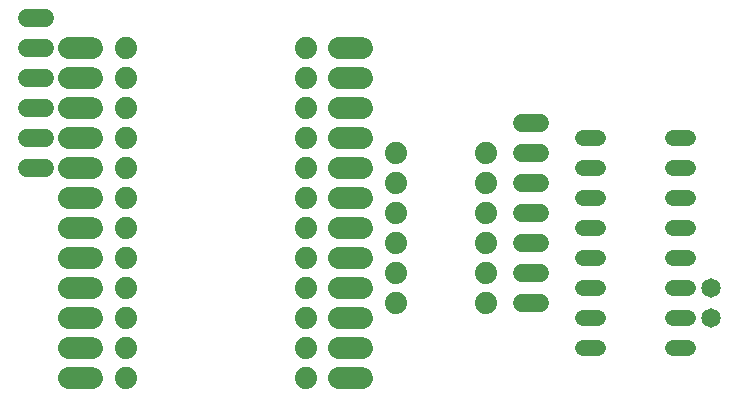
<source format=gbr>
G04 EAGLE Gerber RS-274X export*
G75*
%MOMM*%
%FSLAX34Y34*%
%LPD*%
%INTop Copper*%
%IPPOS*%
%AMOC8*
5,1,8,0,0,1.08239X$1,22.5*%
G01*
%ADD10C,1.879600*%
%ADD11C,1.651000*%
%ADD12C,1.320800*%
%ADD13C,1.524000*%
%ADD14C,1.879600*%


D10*
X107950Y24130D03*
X107950Y49530D03*
X107950Y74930D03*
X107950Y100330D03*
X107950Y125730D03*
X107950Y151130D03*
X107950Y176530D03*
X107950Y201930D03*
X107950Y227330D03*
X107950Y252730D03*
X107950Y278130D03*
X107950Y303530D03*
X260350Y303530D03*
X260350Y278130D03*
X260350Y252730D03*
X260350Y227330D03*
X260350Y201930D03*
X260350Y176530D03*
X260350Y151130D03*
X260350Y125730D03*
X260350Y100330D03*
X260350Y74930D03*
X260350Y49530D03*
X260350Y24130D03*
D11*
X603250Y100330D03*
X603250Y74930D03*
D12*
X508254Y49530D02*
X495046Y49530D01*
X495046Y74930D02*
X508254Y74930D01*
X508254Y201930D02*
X495046Y201930D01*
X495046Y227330D02*
X508254Y227330D01*
X508254Y100330D02*
X495046Y100330D01*
X495046Y125730D02*
X508254Y125730D01*
X508254Y176530D02*
X495046Y176530D01*
X495046Y151130D02*
X508254Y151130D01*
X571246Y227330D02*
X584454Y227330D01*
X584454Y201930D02*
X571246Y201930D01*
X571246Y176530D02*
X584454Y176530D01*
X584454Y151130D02*
X571246Y151130D01*
X571246Y125730D02*
X584454Y125730D01*
X584454Y100330D02*
X571246Y100330D01*
X571246Y74930D02*
X584454Y74930D01*
X584454Y49530D02*
X571246Y49530D01*
D13*
X39370Y201930D02*
X24130Y201930D01*
X24130Y227330D02*
X39370Y227330D01*
X39370Y252730D02*
X24130Y252730D01*
X24130Y278130D02*
X39370Y278130D01*
X39370Y303530D02*
X24130Y303530D01*
X24130Y328930D02*
X39370Y328930D01*
X443230Y87630D02*
X458470Y87630D01*
X458470Y113030D02*
X443230Y113030D01*
X443230Y138430D02*
X458470Y138430D01*
X458470Y163830D02*
X443230Y163830D01*
X443230Y189230D02*
X458470Y189230D01*
X458470Y214630D02*
X443230Y214630D01*
X443230Y240030D02*
X458470Y240030D01*
D10*
X412750Y214630D03*
X336550Y214630D03*
X412750Y189230D03*
X336550Y189230D03*
X412750Y163830D03*
X336550Y163830D03*
X412750Y138430D03*
X336550Y138430D03*
X412750Y113030D03*
X336550Y113030D03*
X412750Y87630D03*
X336550Y87630D03*
D14*
X79248Y303530D02*
X60452Y303530D01*
X60452Y278130D02*
X79248Y278130D01*
X79248Y252730D02*
X60452Y252730D01*
X60452Y227330D02*
X79248Y227330D01*
X79248Y201930D02*
X60452Y201930D01*
X60452Y176530D02*
X79248Y176530D01*
X79248Y151130D02*
X60452Y151130D01*
X60452Y125730D02*
X79248Y125730D01*
X79248Y100330D02*
X60452Y100330D01*
X60452Y74930D02*
X79248Y74930D01*
X79248Y49530D02*
X60452Y49530D01*
X60452Y24130D02*
X79248Y24130D01*
X289052Y24130D02*
X307848Y24130D01*
X307848Y49530D02*
X289052Y49530D01*
X289052Y74930D02*
X307848Y74930D01*
X307848Y100330D02*
X289052Y100330D01*
X289052Y125730D02*
X307848Y125730D01*
X307848Y151130D02*
X289052Y151130D01*
X289052Y176530D02*
X307848Y176530D01*
X307848Y201930D02*
X289052Y201930D01*
X289052Y227330D02*
X307848Y227330D01*
X307848Y252730D02*
X289052Y252730D01*
X289052Y278130D02*
X307848Y278130D01*
X307848Y303530D02*
X289052Y303530D01*
M02*

</source>
